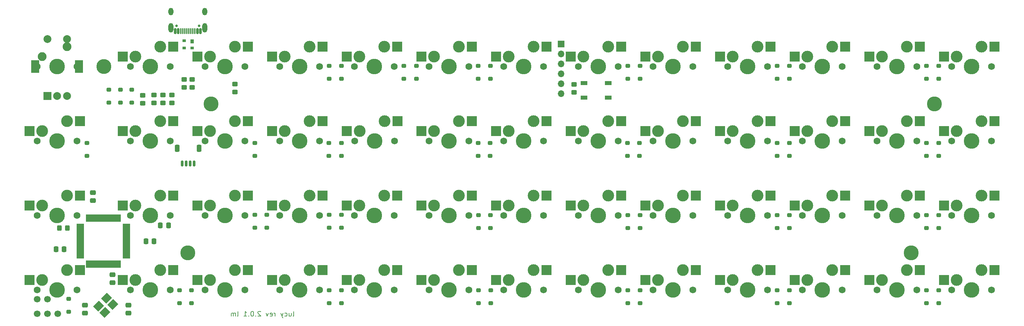
<source format=gbs>
G04 #@! TF.GenerationSoftware,KiCad,Pcbnew,(6.0.5-0)*
G04 #@! TF.CreationDate,2022-08-31T07:52:38-05:00*
G04 #@! TF.ProjectId,pcb,7063622e-6b69-4636-9164-5f7063625858,rev?*
G04 #@! TF.SameCoordinates,Original*
G04 #@! TF.FileFunction,Soldermask,Bot*
G04 #@! TF.FilePolarity,Negative*
%FSLAX46Y46*%
G04 Gerber Fmt 4.6, Leading zero omitted, Abs format (unit mm)*
G04 Created by KiCad (PCBNEW (6.0.5-0)) date 2022-08-31 07:52:38*
%MOMM*%
%LPD*%
G01*
G04 APERTURE LIST*
G04 Aperture macros list*
%AMRoundRect*
0 Rectangle with rounded corners*
0 $1 Rounding radius*
0 $2 $3 $4 $5 $6 $7 $8 $9 X,Y pos of 4 corners*
0 Add a 4 corners polygon primitive as box body*
4,1,4,$2,$3,$4,$5,$6,$7,$8,$9,$2,$3,0*
0 Add four circle primitives for the rounded corners*
1,1,$1+$1,$2,$3*
1,1,$1+$1,$4,$5*
1,1,$1+$1,$6,$7*
1,1,$1+$1,$8,$9*
0 Add four rect primitives between the rounded corners*
20,1,$1+$1,$2,$3,$4,$5,0*
20,1,$1+$1,$4,$5,$6,$7,0*
20,1,$1+$1,$6,$7,$8,$9,0*
20,1,$1+$1,$8,$9,$2,$3,0*%
%AMRotRect*
0 Rectangle, with rotation*
0 The origin of the aperture is its center*
0 $1 length*
0 $2 width*
0 $3 Rotation angle, in degrees counterclockwise*
0 Add horizontal line*
21,1,$1,$2,0,0,$3*%
G04 Aperture macros list end*
%ADD10C,0.200000*%
%ADD11C,3.000000*%
%ADD12C,1.750000*%
%ADD13C,3.987800*%
%ADD14R,2.550000X2.500000*%
%ADD15R,2.000000X2.000000*%
%ADD16C,2.000000*%
%ADD17R,2.000000X3.200000*%
%ADD18C,3.800000*%
%ADD19C,2.250000*%
%ADD20RoundRect,0.250000X0.475000X-0.337500X0.475000X0.337500X-0.475000X0.337500X-0.475000X-0.337500X0*%
%ADD21RoundRect,0.250000X0.350000X-0.250000X0.350000X0.250000X-0.350000X0.250000X-0.350000X-0.250000X0*%
%ADD22O,1.700000X1.700000*%
%ADD23R,1.700000X1.700000*%
%ADD24R,1.800000X1.100000*%
%ADD25RoundRect,0.200000X0.750000X0.250000X-0.750000X0.250000X-0.750000X-0.250000X0.750000X-0.250000X0*%
%ADD26RoundRect,0.200000X0.250000X0.750000X-0.250000X0.750000X-0.250000X-0.750000X0.250000X-0.750000X0*%
%ADD27RoundRect,0.250000X-0.475000X0.337500X-0.475000X-0.337500X0.475000X-0.337500X0.475000X0.337500X0*%
%ADD28RotRect,2.100000X1.800000X225.000000*%
%ADD29RoundRect,0.249999X0.450001X-0.325001X0.450001X0.325001X-0.450001X0.325001X-0.450001X-0.325001X0*%
%ADD30C,0.650000*%
%ADD31RoundRect,0.150000X-0.150000X-0.575000X0.150000X-0.575000X0.150000X0.575000X-0.150000X0.575000X0*%
%ADD32RoundRect,0.075000X-0.075000X-0.650000X0.075000X-0.650000X0.075000X0.650000X-0.075000X0.650000X0*%
%ADD33O,1.300000X2.400000*%
%ADD34O,1.300000X1.900000*%
%ADD35RoundRect,0.249999X-0.450001X0.325001X-0.450001X-0.325001X0.450001X-0.325001X0.450001X0.325001X0*%
%ADD36RoundRect,0.250000X0.337500X0.475000X-0.337500X0.475000X-0.337500X-0.475000X0.337500X-0.475000X0*%
%ADD37RoundRect,0.250000X-0.337500X-0.475000X0.337500X-0.475000X0.337500X0.475000X-0.337500X0.475000X0*%
%ADD38RoundRect,0.249999X-0.325001X-0.450001X0.325001X-0.450001X0.325001X0.450001X-0.325001X0.450001X0*%
%ADD39RoundRect,0.050000X-0.350000X0.500000X-0.350000X-0.500000X0.350000X-0.500000X0.350000X0.500000X0*%
%ADD40RoundRect,0.050000X-0.350000X0.300000X-0.350000X-0.300000X0.350000X-0.300000X0.350000X0.300000X0*%
%ADD41C,1.700000*%
%ADD42RoundRect,0.150000X-0.150000X-0.625000X0.150000X-0.625000X0.150000X0.625000X-0.150000X0.625000X0*%
%ADD43RoundRect,0.250000X-0.350000X-0.650000X0.350000X-0.650000X0.350000X0.650000X-0.350000X0.650000X0*%
G04 APERTURE END LIST*
D10*
X123280499Y-117065476D02*
X123399546Y-117005952D01*
X123459070Y-116886904D01*
X123459070Y-115815476D01*
X122268594Y-116232142D02*
X122268594Y-117065476D01*
X122804308Y-116232142D02*
X122804308Y-116886904D01*
X122744784Y-117005952D01*
X122625737Y-117065476D01*
X122447165Y-117065476D01*
X122328118Y-117005952D01*
X122268594Y-116946428D01*
X121137641Y-117005952D02*
X121256689Y-117065476D01*
X121494784Y-117065476D01*
X121613832Y-117005952D01*
X121673356Y-116946428D01*
X121732880Y-116827380D01*
X121732880Y-116470238D01*
X121673356Y-116351190D01*
X121613832Y-116291666D01*
X121494784Y-116232142D01*
X121256689Y-116232142D01*
X121137641Y-116291666D01*
X120720975Y-116232142D02*
X120423356Y-117065476D01*
X120125737Y-116232142D02*
X120423356Y-117065476D01*
X120542403Y-117363095D01*
X120601927Y-117422619D01*
X120720975Y-117482142D01*
X118697165Y-117065476D02*
X118697165Y-116232142D01*
X118697165Y-116470238D02*
X118637641Y-116351190D01*
X118578118Y-116291666D01*
X118459070Y-116232142D01*
X118340022Y-116232142D01*
X117447165Y-117005952D02*
X117566213Y-117065476D01*
X117804308Y-117065476D01*
X117923356Y-117005952D01*
X117982880Y-116886904D01*
X117982880Y-116410714D01*
X117923356Y-116291666D01*
X117804308Y-116232142D01*
X117566213Y-116232142D01*
X117447165Y-116291666D01*
X117387641Y-116410714D01*
X117387641Y-116529761D01*
X117982880Y-116648809D01*
X116970975Y-116232142D02*
X116673356Y-117065476D01*
X116375737Y-116232142D01*
X115006689Y-115934523D02*
X114947165Y-115875000D01*
X114828118Y-115815476D01*
X114530499Y-115815476D01*
X114411451Y-115875000D01*
X114351927Y-115934523D01*
X114292403Y-116053571D01*
X114292403Y-116172619D01*
X114351927Y-116351190D01*
X115066213Y-117065476D01*
X114292403Y-117065476D01*
X113756689Y-116946428D02*
X113697165Y-117005952D01*
X113756689Y-117065476D01*
X113816213Y-117005952D01*
X113756689Y-116946428D01*
X113756689Y-117065476D01*
X112923356Y-115815476D02*
X112804308Y-115815476D01*
X112685260Y-115875000D01*
X112625737Y-115934523D01*
X112566213Y-116053571D01*
X112506689Y-116291666D01*
X112506689Y-116589285D01*
X112566213Y-116827380D01*
X112625737Y-116946428D01*
X112685260Y-117005952D01*
X112804308Y-117065476D01*
X112923356Y-117065476D01*
X113042403Y-117005952D01*
X113101927Y-116946428D01*
X113161451Y-116827380D01*
X113220975Y-116589285D01*
X113220975Y-116291666D01*
X113161451Y-116053571D01*
X113101927Y-115934523D01*
X113042403Y-115875000D01*
X112923356Y-115815476D01*
X111970975Y-116946428D02*
X111911451Y-117005952D01*
X111970975Y-117065476D01*
X112030499Y-117005952D01*
X111970975Y-116946428D01*
X111970975Y-117065476D01*
X110720975Y-117065476D02*
X111435260Y-117065476D01*
X111078118Y-117065476D02*
X111078118Y-115815476D01*
X111197165Y-115994047D01*
X111316213Y-116113095D01*
X111435260Y-116172619D01*
X109054308Y-117065476D02*
X109173356Y-117005952D01*
X109232880Y-116886904D01*
X109232880Y-115815476D01*
X108578118Y-117065476D02*
X108578118Y-116232142D01*
X108578118Y-116351190D02*
X108518594Y-116291666D01*
X108399546Y-116232142D01*
X108220975Y-116232142D01*
X108101927Y-116291666D01*
X108042403Y-116410714D01*
X108042403Y-117065476D01*
X108042403Y-116410714D02*
X107982880Y-116291666D01*
X107863832Y-116232142D01*
X107685260Y-116232142D01*
X107566213Y-116291666D01*
X107506689Y-116410714D01*
X107506689Y-117065476D01*
D11*
X121180225Y-50653950D03*
D12*
X119910225Y-53193950D03*
D13*
X124990225Y-53193950D03*
D11*
X127530225Y-48113950D03*
D12*
X130070225Y-53193950D03*
D14*
X117905225Y-50653950D03*
X130832225Y-48113950D03*
D12*
X206270225Y-53193950D03*
D11*
X203730225Y-48113950D03*
X197380225Y-50653950D03*
D12*
X196110225Y-53193950D03*
D13*
X201190225Y-53193950D03*
D14*
X194105225Y-50653950D03*
X207032225Y-48113950D03*
D12*
X187220225Y-53193950D03*
D11*
X178330225Y-50653950D03*
X184680225Y-48113950D03*
D12*
X177060225Y-53193950D03*
D13*
X182140225Y-53193950D03*
D14*
X175055225Y-50653950D03*
X187982225Y-48113950D03*
D12*
X168170225Y-53193950D03*
D13*
X163090225Y-53193950D03*
D11*
X165630225Y-48113950D03*
X159280225Y-50653950D03*
D12*
X158010225Y-53193950D03*
D14*
X156005225Y-50653950D03*
X168932225Y-48113950D03*
D12*
X81810225Y-53193950D03*
D13*
X86890225Y-53193950D03*
D11*
X83080225Y-50653950D03*
X89430225Y-48113950D03*
D12*
X91970225Y-53193950D03*
D14*
X79805225Y-50653950D03*
X92732225Y-48113950D03*
D12*
X225320225Y-53193950D03*
D11*
X222780225Y-48113950D03*
D13*
X220240225Y-53193950D03*
D12*
X215160225Y-53193950D03*
D11*
X216430225Y-50653950D03*
D14*
X213155225Y-50653950D03*
X226082225Y-48113950D03*
D12*
X244370225Y-53193950D03*
D11*
X235480225Y-50653950D03*
X241830225Y-48113950D03*
D12*
X234210225Y-53193950D03*
D13*
X239290225Y-53193950D03*
D14*
X232205225Y-50653950D03*
X245132225Y-48113950D03*
D12*
X91970225Y-72243950D03*
D13*
X86890225Y-72243950D03*
D11*
X83080225Y-69703950D03*
D12*
X81810225Y-72243950D03*
D11*
X89430225Y-67163950D03*
D14*
X79805225Y-69703950D03*
X92732225Y-67163950D03*
D12*
X111020225Y-72243950D03*
D11*
X102130225Y-69703950D03*
D12*
X100860225Y-72243950D03*
D11*
X108480225Y-67163950D03*
D13*
X105940225Y-72243950D03*
D14*
X98855225Y-69703950D03*
X111782225Y-67163950D03*
D13*
X144045399Y-72243950D03*
D11*
X146585399Y-67163950D03*
D12*
X138965399Y-72243950D03*
X149125399Y-72243950D03*
D11*
X140235399Y-69703950D03*
D14*
X136960399Y-69703950D03*
X149887399Y-67163950D03*
D11*
X273580225Y-50653950D03*
D13*
X277390225Y-53193950D03*
D11*
X279930225Y-48113950D03*
D12*
X272310225Y-53193950D03*
X282470225Y-53193950D03*
D14*
X270305225Y-50653950D03*
X283232225Y-48113950D03*
D11*
X165630225Y-67163950D03*
X159280225Y-69703950D03*
D12*
X168170225Y-72243950D03*
X158010225Y-72243950D03*
D13*
X163090225Y-72243950D03*
D14*
X156005225Y-69703950D03*
X168932225Y-67163950D03*
D12*
X187220225Y-72243950D03*
D13*
X182140225Y-72243950D03*
D12*
X177060225Y-72243950D03*
D11*
X184680225Y-67163950D03*
X178330225Y-69703950D03*
D14*
X175055225Y-69703950D03*
X187982225Y-67163950D03*
D12*
X196110225Y-72243950D03*
D13*
X201190225Y-72243950D03*
D11*
X203730225Y-67163950D03*
D12*
X206270225Y-72243950D03*
D11*
X197380225Y-69703950D03*
D14*
X194105225Y-69703950D03*
X207032225Y-67163950D03*
D12*
X111020225Y-110343950D03*
D13*
X105940225Y-110343950D03*
D12*
X100860225Y-110343950D03*
D11*
X108480225Y-105263950D03*
X102130225Y-107803950D03*
D14*
X98855225Y-107803950D03*
X111782225Y-105263950D03*
D12*
X119910225Y-110343950D03*
D11*
X127530225Y-105263950D03*
D12*
X130070225Y-110343950D03*
D13*
X124990225Y-110343950D03*
D11*
X121180225Y-107803950D03*
D14*
X117905225Y-107803950D03*
X130832225Y-105263950D03*
D11*
X140230225Y-107803950D03*
X146580225Y-105263950D03*
D13*
X144040225Y-110343950D03*
D12*
X149120225Y-110343950D03*
X138960225Y-110343950D03*
D14*
X136955225Y-107803950D03*
X149882225Y-105263950D03*
D11*
X159280225Y-107803950D03*
D12*
X168170225Y-110343950D03*
D11*
X165630225Y-105263950D03*
D12*
X158010225Y-110343950D03*
D13*
X163090225Y-110343950D03*
D14*
X156005225Y-107803950D03*
X168932225Y-105263950D03*
D13*
X182140225Y-110343950D03*
D12*
X187220225Y-110343950D03*
D11*
X178330225Y-107803950D03*
X184680225Y-105263950D03*
D12*
X177060225Y-110343950D03*
D14*
X175055225Y-107803950D03*
X187982225Y-105263950D03*
D13*
X220240225Y-110343950D03*
D12*
X225320225Y-110343950D03*
D11*
X222780225Y-105263950D03*
D12*
X215160225Y-110343950D03*
D11*
X216430225Y-107803950D03*
D14*
X213155225Y-107803950D03*
X226082225Y-105263950D03*
D11*
X241830225Y-105263950D03*
X235480225Y-107803950D03*
D12*
X244370225Y-110343950D03*
X234210225Y-110343950D03*
D13*
X239290225Y-110343950D03*
D14*
X232205225Y-107803950D03*
X245132225Y-105263950D03*
D12*
X253260225Y-110343950D03*
D11*
X254530225Y-107803950D03*
X260880225Y-105263950D03*
D12*
X263420225Y-110343950D03*
D13*
X258340225Y-110343950D03*
D14*
X251255225Y-107803950D03*
X264182225Y-105263950D03*
D11*
X279930225Y-105263950D03*
D13*
X277390225Y-110343950D03*
D12*
X282470225Y-110343950D03*
X272310225Y-110343950D03*
D11*
X273580225Y-107803950D03*
D14*
X270305225Y-107803950D03*
X283232225Y-105263950D03*
D12*
X196110225Y-110343950D03*
X206270225Y-110343950D03*
D11*
X203730225Y-105263950D03*
D13*
X201190225Y-110343950D03*
D11*
X197380225Y-107803950D03*
D14*
X194105225Y-107803950D03*
X207032225Y-105263950D03*
D11*
X279930225Y-86213950D03*
D13*
X277390225Y-91293950D03*
D11*
X273580225Y-88753950D03*
D12*
X272310225Y-91293950D03*
X282470225Y-91293950D03*
D14*
X270305225Y-88753950D03*
X283232225Y-86213950D03*
D12*
X253260225Y-91293950D03*
D11*
X260880225Y-86213950D03*
D13*
X258340225Y-91293950D03*
D11*
X254530225Y-88753950D03*
D12*
X263420225Y-91293950D03*
D14*
X251255225Y-88753950D03*
X264182225Y-86213950D03*
D11*
X216430225Y-88753950D03*
D12*
X215160225Y-91293950D03*
D11*
X222780225Y-86213950D03*
D12*
X225320225Y-91293950D03*
D13*
X220240225Y-91293950D03*
D14*
X213155225Y-88753950D03*
X226082225Y-86213950D03*
D12*
X187220225Y-91293950D03*
X177060225Y-91293950D03*
D13*
X182140225Y-91293950D03*
D11*
X184680225Y-86213950D03*
X178330225Y-88753950D03*
D14*
X175055225Y-88753950D03*
X187982225Y-86213950D03*
D12*
X138960225Y-91293950D03*
D11*
X146580225Y-86213950D03*
D12*
X149120225Y-91293950D03*
D13*
X144040225Y-91293950D03*
D11*
X140230225Y-88753950D03*
D14*
X136955225Y-88753950D03*
X149882225Y-86213950D03*
D11*
X83080225Y-88753950D03*
X89430225Y-86213950D03*
D12*
X91970225Y-91293950D03*
X81810225Y-91293950D03*
D13*
X86890225Y-91293950D03*
D14*
X79805225Y-88753950D03*
X92732225Y-86213950D03*
D12*
X158010225Y-91293950D03*
D11*
X159280225Y-88753950D03*
X165630225Y-86213950D03*
D12*
X168170225Y-91293950D03*
D13*
X163090225Y-91293950D03*
D14*
X156005225Y-88753950D03*
X168932225Y-86213950D03*
D11*
X298980225Y-67163950D03*
D12*
X301520225Y-72243950D03*
D11*
X292630225Y-69703950D03*
D12*
X291360225Y-72243950D03*
D13*
X296440225Y-72243950D03*
D14*
X289355225Y-69703950D03*
X302282225Y-67163950D03*
D11*
X127530225Y-86213950D03*
D12*
X130070225Y-91293950D03*
D11*
X121180225Y-88753950D03*
D12*
X119910225Y-91293950D03*
D13*
X124990225Y-91293950D03*
D14*
X117905225Y-88753950D03*
X130832225Y-86213950D03*
D13*
X105940225Y-91293950D03*
D12*
X111020225Y-91293950D03*
D11*
X108480225Y-86213950D03*
X102130225Y-88753950D03*
D12*
X100860225Y-91293950D03*
D14*
X98855225Y-88753950D03*
X111782225Y-86213950D03*
D12*
X263420225Y-72243950D03*
D11*
X260880225Y-67163950D03*
D13*
X258340225Y-72243950D03*
D11*
X254530225Y-69703950D03*
D12*
X253260225Y-72243950D03*
D14*
X251255225Y-69703950D03*
X264182225Y-67163950D03*
D12*
X234210225Y-72243950D03*
D11*
X241830225Y-67163950D03*
D13*
X239290225Y-72243950D03*
D11*
X235480225Y-69703950D03*
D12*
X244370225Y-72243950D03*
D14*
X232205225Y-69703950D03*
X245132225Y-67163950D03*
D11*
X273580225Y-69703950D03*
D13*
X277390225Y-72243950D03*
D12*
X282470225Y-72243950D03*
D11*
X279930225Y-67163950D03*
D12*
X272310225Y-72243950D03*
D14*
X270305225Y-69703950D03*
X283232225Y-67163950D03*
D11*
X298980225Y-105263950D03*
D12*
X291360225Y-110343950D03*
D13*
X296440225Y-110343950D03*
D12*
X301520225Y-110343950D03*
D11*
X292630225Y-107803950D03*
D14*
X289355225Y-107803950D03*
X302282225Y-105263950D03*
D11*
X298980225Y-86213950D03*
X292630225Y-88753950D03*
D13*
X296440225Y-91293950D03*
D12*
X301520225Y-91293950D03*
X291360225Y-91293950D03*
D14*
X289355225Y-88753950D03*
X302282225Y-86213950D03*
D11*
X292630225Y-50653950D03*
D13*
X296440225Y-53193950D03*
D12*
X301520225Y-53193950D03*
X291360225Y-53193950D03*
D11*
X298980225Y-48113950D03*
D14*
X289355225Y-50653950D03*
X302282225Y-48113950D03*
D15*
X60577713Y-60693958D03*
D16*
X65577713Y-60693958D03*
X63077713Y-60693958D03*
D17*
X57477713Y-53193958D03*
X68677713Y-53193958D03*
D16*
X65577713Y-46193958D03*
X60577713Y-46193958D03*
D11*
X108480225Y-48113950D03*
X102130225Y-50653950D03*
D12*
X111020225Y-53193950D03*
X100860225Y-53193950D03*
D13*
X105940225Y-53193950D03*
D14*
X98855225Y-50653950D03*
X111782225Y-48113950D03*
D13*
X144040225Y-53193950D03*
D12*
X149120225Y-53193950D03*
D11*
X140230225Y-50653950D03*
D12*
X138960225Y-53193950D03*
D11*
X146580225Y-48113950D03*
D14*
X136955225Y-50653950D03*
X149882225Y-48113950D03*
D13*
X63077713Y-110344006D03*
D11*
X65617713Y-105264006D03*
D12*
X57997713Y-110344006D03*
X68157713Y-110344006D03*
D11*
X59267713Y-107804006D03*
D14*
X55992713Y-107804006D03*
X68919713Y-105264006D03*
D12*
X57997713Y-72243974D03*
D11*
X59267713Y-69703974D03*
X65617713Y-67163974D03*
D12*
X68157713Y-72243974D03*
D13*
X63077713Y-72243974D03*
D14*
X55992713Y-69703974D03*
X68919713Y-67163974D03*
D11*
X59267713Y-88753990D03*
X65617713Y-86213990D03*
D12*
X68157713Y-91293990D03*
D13*
X63077713Y-91293990D03*
D12*
X57997713Y-91293990D03*
D14*
X55992713Y-88753990D03*
X68919713Y-86213990D03*
D13*
X201190225Y-91293950D03*
D11*
X203730225Y-86213950D03*
D12*
X206270225Y-91293950D03*
X196110225Y-91293950D03*
D11*
X197380225Y-88753950D03*
D14*
X194105225Y-88753950D03*
X207032225Y-86213950D03*
D11*
X241830225Y-86213950D03*
D12*
X244370225Y-91293950D03*
D13*
X239290225Y-91293950D03*
D12*
X234210225Y-91293950D03*
D11*
X235480225Y-88753950D03*
D14*
X232205225Y-88753950D03*
X245132225Y-86213950D03*
D12*
X91970225Y-110343950D03*
D11*
X89430225Y-105263950D03*
D12*
X81810225Y-110343950D03*
D11*
X83080225Y-107803950D03*
D13*
X86890225Y-110343950D03*
D14*
X79805225Y-107803950D03*
X92732225Y-105263950D03*
D11*
X254530225Y-50653950D03*
X260880225Y-48113950D03*
D12*
X253260225Y-53193950D03*
D13*
X258340225Y-53193950D03*
D12*
X263420225Y-53193950D03*
D14*
X251255225Y-50653950D03*
X264182225Y-48113950D03*
D11*
X121180225Y-69703950D03*
X127530225Y-67163950D03*
D12*
X119910225Y-72243950D03*
D13*
X124990225Y-72243950D03*
D12*
X130070225Y-72243950D03*
D14*
X117905225Y-69703950D03*
X130832225Y-67163950D03*
D12*
X215160225Y-72243950D03*
D13*
X220240225Y-72243950D03*
D11*
X222780225Y-67163950D03*
D12*
X225320225Y-72243950D03*
D11*
X216430225Y-69703950D03*
D14*
X213155225Y-69703950D03*
X226082225Y-67163950D03*
D18*
X74983973Y-53193950D03*
X286915393Y-62718958D03*
X280962279Y-100818990D03*
X96415233Y-100818990D03*
X102368363Y-62718958D03*
D12*
X68157713Y-53193958D03*
D13*
X63077713Y-53193958D03*
D12*
X57997713Y-53193958D03*
D19*
X59267713Y-50653958D03*
X65617713Y-48113958D03*
D20*
X72200000Y-87506450D03*
X72200000Y-85431450D03*
D21*
X116590225Y-94443950D03*
X116590225Y-91143950D03*
X208590225Y-76043950D03*
X208590225Y-72743950D03*
X170490225Y-76043950D03*
X170490225Y-72743950D03*
X135581415Y-76043950D03*
X135581415Y-72743950D03*
X113490225Y-76043950D03*
X113490225Y-72743950D03*
X284890625Y-56306250D03*
X284890625Y-53006250D03*
X249881415Y-56306250D03*
X249881415Y-53006250D03*
X211781415Y-56306250D03*
X211781415Y-53006250D03*
X208681415Y-56306250D03*
X208681415Y-53006250D03*
X173651789Y-56333377D03*
X173651789Y-53033377D03*
X170476789Y-56333377D03*
X170476789Y-53033377D03*
X154751789Y-56306250D03*
X154751789Y-53006250D03*
X287990625Y-113750000D03*
X287990625Y-110450000D03*
X284890625Y-113750000D03*
X284890625Y-110450000D03*
X249890625Y-113713123D03*
X249890625Y-110413123D03*
X246790625Y-113706250D03*
X246790625Y-110406250D03*
X211783999Y-113706250D03*
X211783999Y-110406250D03*
X208700000Y-113706250D03*
X208700000Y-110406250D03*
X211790625Y-94506250D03*
X211790625Y-91206250D03*
X284890625Y-76043950D03*
X284890625Y-72743950D03*
X208690625Y-94506250D03*
X208690625Y-91206250D03*
X170585999Y-94506250D03*
X170585999Y-91206250D03*
X132490225Y-94443950D03*
X132490225Y-91143950D03*
X287990625Y-76043950D03*
X287990625Y-72743950D03*
X284890625Y-94506250D03*
X284890625Y-91206250D03*
X249890625Y-94506250D03*
X249890625Y-91206250D03*
X246790625Y-94506250D03*
X246790625Y-91206250D03*
X173690625Y-113706250D03*
X173690625Y-110406250D03*
X151576789Y-56306250D03*
X151576789Y-53006250D03*
X211690225Y-76043950D03*
X211690225Y-72743950D03*
D22*
X191665313Y-60143950D03*
X191665313Y-49983950D03*
X191665313Y-55063950D03*
X191665313Y-57603950D03*
X191665313Y-52523950D03*
D23*
X191665313Y-47443950D03*
D21*
X287990625Y-56306250D03*
X287990625Y-53006250D03*
X66000000Y-115950000D03*
X66000000Y-112650000D03*
X79200000Y-62443950D03*
X79200000Y-59143950D03*
X70700000Y-76043950D03*
X70700000Y-72743950D03*
D24*
X203690225Y-57443950D03*
X197490225Y-61143950D03*
X203690225Y-61143950D03*
X197490225Y-57443950D03*
D25*
X80765225Y-93868950D03*
X80765225Y-94668950D03*
X80765225Y-95468950D03*
X80765225Y-96268950D03*
X80765225Y-97068950D03*
X80765225Y-97868950D03*
X80765225Y-98668950D03*
X80765225Y-99468950D03*
X80765225Y-100268950D03*
X80765225Y-101068950D03*
X80765225Y-101868950D03*
D26*
X78865225Y-103768950D03*
X78065225Y-103768950D03*
X77265225Y-103768950D03*
X76465225Y-103768950D03*
X75665225Y-103768950D03*
X74865225Y-103768950D03*
X74065225Y-103768950D03*
X73265225Y-103768950D03*
X72465225Y-103768950D03*
X71665225Y-103768950D03*
X70865225Y-103768950D03*
D25*
X68965225Y-101868950D03*
X68965225Y-101068950D03*
X68965225Y-100268950D03*
X68965225Y-99468950D03*
X68965225Y-98668950D03*
X68965225Y-97868950D03*
X68965225Y-97068950D03*
X68965225Y-96268950D03*
X68965225Y-95468950D03*
X68965225Y-94668950D03*
X68965225Y-93868950D03*
D26*
X70865225Y-91968950D03*
X71665225Y-91968950D03*
X72465225Y-91968950D03*
X73265225Y-91968950D03*
X74065225Y-91968950D03*
X74865225Y-91968950D03*
X75665225Y-91968950D03*
X76465225Y-91968950D03*
X77265225Y-91968950D03*
X78065225Y-91968950D03*
X78865225Y-91968950D03*
D27*
X77165225Y-106431450D03*
X77165225Y-108506450D03*
X70165225Y-114231450D03*
X70165225Y-116306450D03*
X81265225Y-114231450D03*
X81265225Y-116306450D03*
D28*
X77303703Y-114056818D03*
X75253093Y-116107428D03*
X73626747Y-114481082D03*
X75677357Y-112430472D03*
D29*
X92390225Y-62518950D03*
X92390225Y-60468950D03*
D30*
X93525217Y-42765450D03*
X99305217Y-42765450D03*
D31*
X93165217Y-44091450D03*
X93965217Y-44091450D03*
D32*
X95165217Y-44091450D03*
X96161217Y-44091450D03*
X96665217Y-44091450D03*
X97665217Y-44091450D03*
D31*
X99665217Y-44091450D03*
X98865217Y-44091450D03*
D32*
X98165217Y-44091450D03*
X97165217Y-44091450D03*
X95665217Y-44091450D03*
X94665217Y-44091450D03*
D33*
X100715217Y-43316450D03*
D34*
X100715217Y-39116450D03*
X92115217Y-39116450D03*
D33*
X92115217Y-43316450D03*
D29*
X97490625Y-58518950D03*
X97490625Y-56468950D03*
X84940225Y-62568950D03*
X84940225Y-60518950D03*
D35*
X90090225Y-60468950D03*
X90090225Y-62518950D03*
D29*
X87790225Y-62518950D03*
X87790225Y-60468950D03*
D21*
X135590625Y-113706250D03*
X135590625Y-110406250D03*
X132490625Y-113713123D03*
X132490625Y-110413123D03*
D36*
X64837500Y-99900000D03*
X62762500Y-99900000D03*
D29*
X95490625Y-58518950D03*
X95490625Y-56468950D03*
D37*
X89412500Y-93850000D03*
X91487500Y-93850000D03*
X85727725Y-97900000D03*
X87802725Y-97900000D03*
D38*
X63640225Y-94500000D03*
X65690225Y-94500000D03*
D21*
X82090225Y-62443950D03*
X82090225Y-59143950D03*
X94290225Y-113743950D03*
X94290225Y-110443950D03*
X97390225Y-113743950D03*
X97390225Y-110443950D03*
X170590625Y-113706250D03*
X170590625Y-110406250D03*
X135590225Y-94443950D03*
X135590225Y-91143950D03*
X173650000Y-94506250D03*
X173650000Y-91206250D03*
X287990625Y-94506250D03*
X287990625Y-91206250D03*
X113490225Y-94443950D03*
X113490225Y-91143950D03*
X135581415Y-56306250D03*
X135581415Y-53006250D03*
X76300000Y-62443950D03*
X76300000Y-59143950D03*
X246781415Y-56306250D03*
X246781415Y-53006250D03*
X132490625Y-56299950D03*
X132490625Y-52999950D03*
D29*
X194990225Y-59818950D03*
X194990225Y-57768950D03*
D21*
X249881415Y-76043950D03*
X249881415Y-72743950D03*
X246781415Y-76043950D03*
X246781415Y-72743950D03*
X173590225Y-76043950D03*
X173590225Y-72743950D03*
X132431415Y-76043950D03*
X132431415Y-72743950D03*
D29*
X108465225Y-59693950D03*
X108465225Y-57643950D03*
D39*
X97490625Y-46743950D03*
D40*
X97490625Y-48443950D03*
X95490625Y-48443950D03*
X95490625Y-46543950D03*
D41*
X58000000Y-116400000D03*
X60600000Y-116400000D03*
X63200000Y-116400000D03*
X58000000Y-112700000D03*
X60600000Y-112700000D03*
D42*
X94990225Y-77993950D03*
X95990225Y-77993950D03*
X96990225Y-77993950D03*
X97990225Y-77993950D03*
D43*
X99290225Y-74118950D03*
X93690225Y-74118950D03*
M02*

</source>
